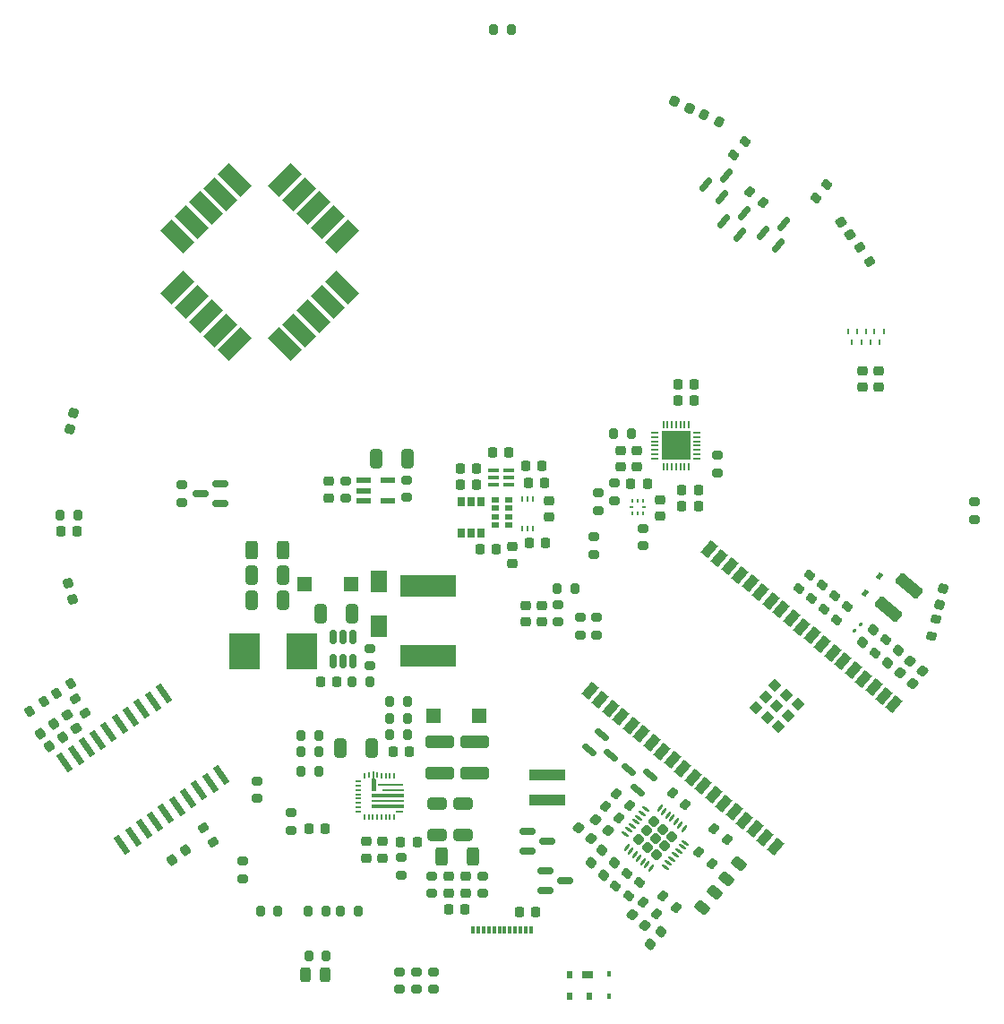
<source format=gtp>
G04 #@! TF.GenerationSoftware,KiCad,Pcbnew,6.0.6-1.fc36*
G04 #@! TF.CreationDate,2022-07-27T11:10:32+02:00*
G04 #@! TF.ProjectId,LAITS-HW,4c414954-532d-4485-972e-6b696361645f,1.0*
G04 #@! TF.SameCoordinates,Original*
G04 #@! TF.FileFunction,Paste,Top*
G04 #@! TF.FilePolarity,Positive*
%FSLAX46Y46*%
G04 Gerber Fmt 4.6, Leading zero omitted, Abs format (unit mm)*
G04 Created by KiCad (PCBNEW 6.0.6-1.fc36) date 2022-07-27 11:10:32*
%MOMM*%
%LPD*%
G01*
G04 APERTURE LIST*
G04 Aperture macros list*
%AMRoundRect*
0 Rectangle with rounded corners*
0 $1 Rounding radius*
0 $2 $3 $4 $5 $6 $7 $8 $9 X,Y pos of 4 corners*
0 Add a 4 corners polygon primitive as box body*
4,1,4,$2,$3,$4,$5,$6,$7,$8,$9,$2,$3,0*
0 Add four circle primitives for the rounded corners*
1,1,$1+$1,$2,$3*
1,1,$1+$1,$4,$5*
1,1,$1+$1,$6,$7*
1,1,$1+$1,$8,$9*
0 Add four rect primitives between the rounded corners*
20,1,$1+$1,$2,$3,$4,$5,0*
20,1,$1+$1,$4,$5,$6,$7,0*
20,1,$1+$1,$6,$7,$8,$9,0*
20,1,$1+$1,$8,$9,$2,$3,0*%
%AMRotRect*
0 Rectangle, with rotation*
0 The origin of the aperture is its center*
0 $1 length*
0 $2 width*
0 $3 Rotation angle, in degrees counterclockwise*
0 Add horizontal line*
21,1,$1,$2,0,0,$3*%
%AMFreePoly0*
4,1,25,1.026854,0.150354,1.027000,0.150000,1.027000,-0.250000,1.026854,-0.250354,1.026500,-0.250500,-0.153500,-0.250500,-0.153512,-0.250495,-0.153526,-0.250500,-0.153685,-0.250424,-0.153854,-0.250354,-0.153860,-0.250340,-0.153872,-0.250334,-0.198723,-0.200500,-0.813500,-0.200500,-0.813854,-0.200354,-0.814000,-0.200000,-0.814000,0.000000,-0.813854,0.000354,-0.813500,0.000500,-0.200192,0.000500,
-0.033835,0.150371,-0.033669,0.150430,-0.033500,0.150500,1.026500,0.150500,1.026854,0.150354,1.026854,0.150354,$1*%
G04 Aperture macros list end*
%ADD10RoundRect,0.200000X-0.275000X0.200000X-0.275000X-0.200000X0.275000X-0.200000X0.275000X0.200000X0*%
%ADD11RoundRect,0.250000X0.633743X-0.956031X1.051555X-0.458102X-0.633743X0.956031X-1.051555X0.458102X0*%
%ADD12RoundRect,0.200000X0.329975X0.082105X0.023558X0.339220X-0.329975X-0.082105X-0.023558X-0.339220X0*%
%ADD13RoundRect,0.243750X-0.192828X0.479995X-0.506187X0.106549X0.192828X-0.479995X0.506187X-0.106549X0*%
%ADD14RoundRect,0.200000X-0.329975X-0.082105X-0.023558X-0.339220X0.329975X0.082105X0.023558X0.339220X0*%
%ADD15RoundRect,0.250000X0.650000X-0.325000X0.650000X0.325000X-0.650000X0.325000X-0.650000X-0.325000X0*%
%ADD16RoundRect,0.225000X0.333843X-0.040915X0.075733X0.327703X-0.333843X0.040915X-0.075733X-0.327703X0*%
%ADD17RoundRect,0.200000X-0.082105X0.329975X-0.339220X0.023558X0.082105X-0.329975X0.339220X-0.023558X0*%
%ADD18RoundRect,0.225000X0.225000X0.250000X-0.225000X0.250000X-0.225000X-0.250000X0.225000X-0.250000X0*%
%ADD19R,1.440000X1.480000*%
%ADD20RoundRect,0.225000X-0.333057X-0.046884X0.011663X-0.336138X0.333057X0.046884X-0.011663X0.336138X0*%
%ADD21R,0.723000X0.200000*%
%ADD22R,3.025000X0.300000*%
%ADD23R,3.025000X0.200000*%
%ADD24R,2.025000X0.250000*%
%ADD25R,2.425000X0.200000*%
%ADD26R,0.200000X0.625000*%
%ADD27R,0.200000X0.600000*%
%ADD28FreePoly0,270.000000*%
%ADD29R,0.625000X0.200000*%
%ADD30RoundRect,0.243750X0.243750X0.456250X-0.243750X0.456250X-0.243750X-0.456250X0.243750X-0.456250X0*%
%ADD31RoundRect,0.150000X-0.587500X-0.150000X0.587500X-0.150000X0.587500X0.150000X-0.587500X0.150000X0*%
%ADD32RoundRect,0.225000X0.333057X0.046884X-0.011663X0.336138X-0.333057X-0.046884X0.011663X-0.336138X0*%
%ADD33RoundRect,0.200000X0.275000X-0.200000X0.275000X0.200000X-0.275000X0.200000X-0.275000X-0.200000X0*%
%ADD34RoundRect,0.225000X-0.225000X-0.250000X0.225000X-0.250000X0.225000X0.250000X-0.225000X0.250000X0*%
%ADD35RoundRect,0.225000X-0.250000X0.225000X-0.250000X-0.225000X0.250000X-0.225000X0.250000X0.225000X0*%
%ADD36RoundRect,0.200000X-0.200000X-0.275000X0.200000X-0.275000X0.200000X0.275000X-0.200000X0.275000X0*%
%ADD37RoundRect,0.225000X0.040915X0.333843X-0.327703X0.075733X-0.040915X-0.333843X0.327703X-0.075733X0*%
%ADD38R,0.300000X0.700000*%
%ADD39RoundRect,0.225000X-0.046884X0.333057X-0.336138X-0.011663X0.046884X-0.333057X0.336138X0.011663X0*%
%ADD40RoundRect,0.225000X0.250000X-0.225000X0.250000X0.225000X-0.250000X0.225000X-0.250000X-0.225000X0*%
%ADD41RoundRect,0.225000X0.046884X-0.333057X0.336138X0.011663X-0.046884X0.333057X-0.336138X-0.011663X0*%
%ADD42RoundRect,0.225000X-0.040915X-0.333843X0.327703X-0.075733X0.040915X0.333843X-0.327703X0.075733X0*%
%ADD43RoundRect,0.200000X-0.340037X0.000162X-0.104923X-0.323444X0.340037X-0.000162X0.104923X0.323444X0*%
%ADD44R,0.700000X0.900000*%
%ADD45RoundRect,0.040600X-0.669400X-0.249400X0.669400X-0.249400X0.669400X0.249400X-0.669400X0.249400X0*%
%ADD46RoundRect,0.250000X-0.312500X-0.625000X0.312500X-0.625000X0.312500X0.625000X-0.312500X0.625000X0*%
%ADD47RoundRect,0.200000X0.006097X0.339982X-0.321564X0.110552X-0.006097X-0.339982X0.321564X-0.110552X0*%
%ADD48RoundRect,0.250000X0.325000X0.650000X-0.325000X0.650000X-0.325000X-0.650000X0.325000X-0.650000X0*%
%ADD49R,1.000000X0.400000*%
%ADD50RoundRect,0.150000X-0.262731X-0.546469X0.492544X0.353633X0.262731X0.546469X-0.492544X-0.353633X0*%
%ADD51R,0.250000X0.550000*%
%ADD52RotRect,0.360000X0.250000X230.000000*%
%ADD53RoundRect,0.041300X0.734764X-0.607039X-0.319126X0.898071X-0.734764X0.607039X0.319126X-0.898071X0*%
%ADD54R,0.450000X0.600000*%
%ADD55RoundRect,0.150000X-0.150000X0.512500X-0.150000X-0.512500X0.150000X-0.512500X0.150000X0.512500X0*%
%ADD56R,0.200000X0.800000*%
%ADD57R,0.800000X0.200000*%
%ADD58R,2.750000X2.750000*%
%ADD59R,2.950000X3.500000*%
%ADD60RoundRect,0.250000X-0.325000X-0.650000X0.325000X-0.650000X0.325000X0.650000X-0.325000X0.650000X0*%
%ADD61RoundRect,0.200000X-0.218447X0.260588X-0.315216X-0.127531X0.218447X-0.260588X0.315216X0.127531X0*%
%ADD62RotRect,3.000000X1.500000X135.000000*%
%ADD63RotRect,1.500000X3.000000X135.000000*%
%ADD64RoundRect,0.200000X0.200000X0.275000X-0.200000X0.275000X-0.200000X-0.275000X0.200000X-0.275000X0*%
%ADD65RoundRect,0.200000X-0.339982X0.006097X-0.110552X-0.321564X0.339982X-0.006097X0.110552X0.321564X0*%
%ADD66RoundRect,0.225000X-0.188142X0.278797X-0.297006X-0.157836X0.188142X-0.278797X0.297006X0.157836X0*%
%ADD67RoundRect,0.200000X-0.006097X-0.339982X0.321564X-0.110552X0.006097X0.339982X-0.321564X0.110552X0*%
%ADD68R,0.220000X0.400000*%
%ADD69R,0.400000X0.220000*%
%ADD70RotRect,1.500000X0.900000X230.000000*%
%ADD71RotRect,0.900000X0.900000X230.000000*%
%ADD72R,1.500000X2.120000*%
%ADD73R,5.300000X2.000000*%
%ADD74RoundRect,0.243750X0.192828X-0.479995X0.506187X-0.106549X-0.192828X0.479995X-0.506187X0.106549X0*%
%ADD75R,3.400000X0.980000*%
%ADD76RoundRect,0.225000X0.188142X-0.278797X0.297006X0.157836X-0.188142X0.278797X-0.297006X-0.157836X0*%
%ADD77RoundRect,0.200000X0.339982X-0.006097X0.110552X0.321564X-0.339982X0.006097X-0.110552X-0.321564X0*%
%ADD78RoundRect,0.150000X0.546469X-0.262731X-0.353633X0.492544X-0.546469X0.262731X0.353633X-0.492544X0*%
%ADD79RoundRect,0.200000X0.300311X0.159494X-0.059207X0.334843X-0.300311X-0.159494X0.059207X-0.334843X0*%
%ADD80R,0.690000X0.590000*%
%ADD81RoundRect,0.200000X0.082105X-0.329975X0.339220X-0.023558X-0.082105X0.329975X-0.339220X0.023558X0*%
%ADD82RoundRect,0.250000X-1.100000X0.325000X-1.100000X-0.325000X1.100000X-0.325000X1.100000X0.325000X0*%
%ADD83RotRect,0.600000X0.450000X50.000000*%
%ADD84RoundRect,0.225000X0.297006X-0.157836X0.188142X0.278797X-0.297006X0.157836X-0.188142X-0.278797X0*%
%ADD85RoundRect,0.250000X0.312500X0.625000X-0.312500X0.625000X-0.312500X-0.625000X0.312500X-0.625000X0*%
%ADD86R,1.000000X0.700000*%
%ADD87R,0.600000X0.700000*%
%ADD88RoundRect,0.225000X-0.334506X0.035083X-0.070003X-0.328975X0.334506X-0.035083X0.070003X0.328975X0*%
%ADD89RoundRect,0.225000X-0.311821X-0.126065X0.092636X-0.323332X0.311821X0.126065X-0.092636X0.323332X0*%
%ADD90RoundRect,0.150000X0.587500X0.150000X-0.587500X0.150000X-0.587500X-0.150000X0.587500X-0.150000X0*%
%ADD91RoundRect,0.225000X-0.316987X-0.027733X0.027733X-0.316987X0.316987X0.027733X-0.027733X0.316987X0*%
%ADD92RoundRect,0.062500X-0.298714X0.169063X0.218366X-0.264819X0.298714X-0.169063X-0.218366X0.264819X0*%
%ADD93RoundRect,0.062500X-0.264819X-0.218366X-0.169063X-0.298714X0.264819X0.218366X0.169063X0.298714X0*%
%ADD94RoundRect,0.150000X-0.546469X0.262731X0.353633X-0.492544X0.546469X-0.262731X-0.353633X0.492544X0*%
G04 APERTURE END LIST*
D10*
X74300000Y-157975000D03*
X74300000Y-159625000D03*
D11*
X120561888Y-123729916D03*
X122458112Y-121470084D03*
D12*
X98581987Y-152480299D03*
X97318013Y-151419699D03*
D10*
X92900000Y-124500000D03*
X92900000Y-126150000D03*
D13*
X104125658Y-150440399D03*
X102920432Y-151876733D03*
D14*
X100088013Y-141099700D03*
X101351987Y-142160300D03*
D15*
X77900000Y-145025000D03*
X77900000Y-142075000D03*
D16*
X43744522Y-134934843D03*
X42855478Y-133665157D03*
D17*
X120305300Y-126593013D03*
X119244700Y-127856987D03*
D18*
X67265000Y-144470000D03*
X65715000Y-144470000D03*
D19*
X65360000Y-121350000D03*
X69690000Y-121350000D03*
D20*
X122581316Y-128576840D03*
X123768684Y-129573160D03*
D21*
X74338000Y-142811000D03*
D22*
X73188000Y-142311000D03*
D23*
X73188000Y-141811000D03*
D22*
X73187000Y-141311000D03*
D24*
X73687000Y-140786000D03*
D25*
X73487000Y-140311000D03*
D26*
X73800000Y-139413000D03*
X73400000Y-139413000D03*
X73000000Y-139413000D03*
X72600000Y-139413000D03*
D27*
X72200000Y-139400000D03*
D28*
X71900000Y-139910000D03*
D27*
X71400000Y-139400000D03*
D26*
X71000000Y-139413000D03*
D29*
X70412000Y-140001000D03*
X70412000Y-140401000D03*
X70412000Y-140801000D03*
X70412000Y-141201000D03*
X70412000Y-141601000D03*
X70412000Y-142001000D03*
X70412000Y-142401000D03*
X70412000Y-142801000D03*
D26*
X71000000Y-143387000D03*
X71400000Y-143387000D03*
X71800000Y-143387000D03*
X72200000Y-143387000D03*
X72600000Y-143387000D03*
X73000000Y-143387000D03*
X73400000Y-143387000D03*
X73800000Y-143387000D03*
D10*
X92650000Y-116875000D03*
X92650000Y-118525000D03*
D30*
X67302500Y-158228750D03*
X65427500Y-158228750D03*
D31*
X88112500Y-148400000D03*
X88112500Y-150300000D03*
X89987500Y-149350000D03*
D10*
X74475000Y-147175000D03*
X74475000Y-148825000D03*
D32*
X94043684Y-144598160D03*
X92856316Y-143601840D03*
D14*
X93818013Y-142369700D03*
X95081987Y-143430300D03*
D33*
X71525000Y-129050000D03*
X71525000Y-127400000D03*
D34*
X66825000Y-130525000D03*
X68375000Y-130525000D03*
D35*
X96730000Y-108715000D03*
X96730000Y-110265000D03*
D36*
X94545000Y-107100000D03*
X96195000Y-107100000D03*
D37*
X54034843Y-146480478D03*
X52765157Y-147369522D03*
D35*
X80550000Y-148975000D03*
X80550000Y-150525000D03*
D36*
X61175000Y-152200000D03*
X62825000Y-152200000D03*
D38*
X81250000Y-153980000D03*
X81750000Y-153980000D03*
X82250000Y-153980000D03*
X82750000Y-153980000D03*
X83250000Y-153980000D03*
X83750000Y-153980000D03*
X84250000Y-153980000D03*
X84750000Y-153980000D03*
X85250000Y-153980000D03*
X85750000Y-153980000D03*
X86250000Y-153980000D03*
X86750000Y-153980000D03*
D17*
X95780300Y-148643013D03*
X94719700Y-149906987D03*
D39*
X94623160Y-147656316D03*
X93626840Y-148843684D03*
X99048160Y-154156316D03*
X98051840Y-155343684D03*
D17*
X116660526Y-123440195D03*
X115599926Y-124704169D03*
D18*
X75975000Y-145700000D03*
X74425000Y-145700000D03*
D14*
X94818013Y-141169699D03*
X96081987Y-142230299D03*
D40*
X98900000Y-114925000D03*
X98900000Y-113375000D03*
D10*
X93100000Y-112725000D03*
X93100000Y-114375000D03*
D41*
X120451840Y-128793684D03*
X121448160Y-127606316D03*
D42*
X41215157Y-136694522D03*
X42484843Y-135805478D03*
D33*
X64050000Y-144600000D03*
X64050000Y-142950000D03*
D43*
X117815077Y-89532561D03*
X118784923Y-90867439D03*
D44*
X82050000Y-113575000D03*
X81100000Y-113575000D03*
X80150000Y-113575000D03*
X80150000Y-116475000D03*
X81100000Y-116475000D03*
X82050000Y-116475000D03*
D45*
X70955000Y-111550000D03*
X70955000Y-112500000D03*
X70955000Y-113450000D03*
X73245000Y-113450000D03*
X73245000Y-111550000D03*
D46*
X60362500Y-118125000D03*
X63287500Y-118125000D03*
D47*
X40675800Y-132451799D03*
X39324200Y-133398201D03*
D33*
X91375000Y-126150000D03*
X91375000Y-124500000D03*
D18*
X81575000Y-110425000D03*
X80025000Y-110425000D03*
D36*
X65015000Y-137160000D03*
X66665000Y-137160000D03*
D10*
X82180000Y-148925000D03*
X82180000Y-150575000D03*
D18*
X81575000Y-111950000D03*
X80025000Y-111950000D03*
D17*
X113098420Y-120451233D03*
X112037820Y-121715207D03*
D32*
X92393684Y-145348160D03*
X91206316Y-144351840D03*
D14*
X99218013Y-150819700D03*
X100481987Y-151880300D03*
D35*
X72700000Y-145675000D03*
X72700000Y-147225000D03*
X84975000Y-117800000D03*
X84975000Y-119350000D03*
D42*
X40315157Y-135444522D03*
X41584843Y-134555478D03*
D34*
X100600000Y-102425000D03*
X102150000Y-102425000D03*
D48*
X75025000Y-109500000D03*
X72075000Y-109500000D03*
D49*
X84662500Y-111900000D03*
X84662500Y-111250000D03*
X84662500Y-110600000D03*
X83162500Y-110600000D03*
X83162500Y-111250000D03*
X83162500Y-111900000D03*
D35*
X95190000Y-108715000D03*
X95190000Y-110265000D03*
D36*
X69825000Y-130525000D03*
X71475000Y-130525000D03*
D50*
X108655922Y-88112599D03*
X110111407Y-89333896D03*
X110588891Y-87286914D03*
D10*
X59500000Y-147525000D03*
X59500000Y-149175000D03*
D19*
X77547500Y-133800000D03*
X81877500Y-133800000D03*
D17*
X114285789Y-121447554D03*
X113225189Y-122711528D03*
D51*
X86900000Y-113325000D03*
X86400000Y-113325000D03*
X85900000Y-113325000D03*
X85900000Y-116075000D03*
X86400000Y-116075000D03*
X86900000Y-116075000D03*
D52*
X117355029Y-125771739D03*
X117894971Y-125128261D03*
D34*
X100600000Y-103950000D03*
X102150000Y-103950000D03*
D53*
X48075827Y-145943709D03*
X49116150Y-145215267D03*
X50156473Y-144486825D03*
X51196796Y-143758383D03*
X52237119Y-143029941D03*
X53277442Y-142301499D03*
X54317765Y-141573057D03*
X55358089Y-140844614D03*
X56398412Y-140116172D03*
X57438735Y-139387730D03*
X52024173Y-131654935D03*
X50983850Y-132383377D03*
X49943527Y-133111819D03*
X48903204Y-133840261D03*
X47862881Y-134568703D03*
X46822558Y-135297145D03*
X45782235Y-136025587D03*
X44741911Y-136754030D03*
X43701588Y-137482472D03*
X42661265Y-138210914D03*
D54*
X94100000Y-158200000D03*
X94100000Y-160300000D03*
D34*
X85625000Y-152300000D03*
X87175000Y-152300000D03*
D55*
X69900000Y-126312500D03*
X68950000Y-126312500D03*
X68000000Y-126312500D03*
X68000000Y-128587500D03*
X68950000Y-128587500D03*
X69900000Y-128587500D03*
D18*
X80525000Y-152050000D03*
X78975000Y-152050000D03*
D56*
X101650000Y-106250000D03*
X101250000Y-106250000D03*
X100850000Y-106250000D03*
X100450000Y-106250000D03*
X100050000Y-106250000D03*
X99650000Y-106250000D03*
X99250000Y-106250000D03*
D57*
X98450000Y-107050000D03*
X98450000Y-107450000D03*
X98450000Y-107850000D03*
X98450000Y-108250000D03*
X98450000Y-108650000D03*
X98450000Y-109050000D03*
X98450000Y-109450000D03*
D56*
X99250000Y-110250000D03*
X99650000Y-110250000D03*
X100050000Y-110250000D03*
X100450000Y-110250000D03*
X100850000Y-110250000D03*
X101250000Y-110250000D03*
X101650000Y-110250000D03*
D57*
X102450000Y-109450000D03*
X102450000Y-109050000D03*
X102450000Y-108650000D03*
X102450000Y-108250000D03*
X102450000Y-107850000D03*
X102450000Y-107450000D03*
X102450000Y-107050000D03*
D58*
X100450000Y-108250000D03*
D20*
X121606316Y-129751840D03*
X122793684Y-130748160D03*
D50*
X104994093Y-87076753D03*
X106449578Y-88298050D03*
X106927062Y-86251068D03*
D33*
X77500000Y-159625000D03*
X77500000Y-157975000D03*
D12*
X108649991Y-85303659D03*
X107386017Y-84243059D03*
D17*
X115473156Y-122443875D03*
X114412556Y-123707849D03*
D59*
X65100000Y-127675000D03*
X59650000Y-127675000D03*
D60*
X60375000Y-122900000D03*
X63325000Y-122900000D03*
D61*
X125009586Y-124649506D03*
X124610414Y-126250494D03*
D10*
X60800000Y-139925000D03*
X60800000Y-141575000D03*
X69200000Y-111575000D03*
X69200000Y-113225000D03*
D17*
X114693616Y-83607386D03*
X113633016Y-84871360D03*
D62*
X63504163Y-98678175D03*
X64847666Y-97334672D03*
X66191169Y-95991169D03*
X67534672Y-94647666D03*
X68878175Y-93304163D03*
D63*
X68878175Y-88495837D03*
X67534672Y-87152334D03*
X66191169Y-85808831D03*
X64847666Y-84465328D03*
X63504163Y-83121825D03*
D62*
X58695837Y-83121825D03*
X57352334Y-84465328D03*
X56008831Y-85808831D03*
X54665328Y-87152334D03*
X53321825Y-88495837D03*
D63*
X53321825Y-93304163D03*
X54665328Y-94647666D03*
X56008831Y-95991169D03*
X57352334Y-97334672D03*
X58695837Y-98678175D03*
D31*
X86412500Y-144700000D03*
X86412500Y-146600000D03*
X88287500Y-145650000D03*
D48*
X71650000Y-136800000D03*
X68700000Y-136800000D03*
D64*
X75025000Y-135600000D03*
X73375000Y-135600000D03*
D65*
X43676799Y-132174200D03*
X44623201Y-133525800D03*
D66*
X125737489Y-121748021D03*
X125362511Y-123251979D03*
D67*
X41849200Y-131648201D03*
X43200800Y-130701799D03*
D68*
X97350000Y-113450000D03*
X96850000Y-113450000D03*
X96350000Y-113450000D03*
D69*
X96250000Y-114050000D03*
D68*
X96350000Y-114650000D03*
X96850000Y-114650000D03*
X97350000Y-114650000D03*
D69*
X97450000Y-114050000D03*
D18*
X84625000Y-108900000D03*
X83075000Y-108900000D03*
D70*
X121082147Y-132715811D03*
X120109270Y-131899470D03*
X119136394Y-131083130D03*
X118163517Y-130266790D03*
X117190641Y-129450449D03*
X116217764Y-128634109D03*
X115244888Y-127817769D03*
X114272011Y-127001429D03*
X113299135Y-126185088D03*
X112326259Y-125368748D03*
X111353382Y-124552408D03*
X110380506Y-123736068D03*
X109407629Y-122919727D03*
X108434753Y-122103387D03*
X107461876Y-121287047D03*
X106489000Y-120470707D03*
X105516123Y-119654366D03*
X104543247Y-118838026D03*
X103570371Y-118021686D03*
X92321587Y-131427463D03*
X93294464Y-132243804D03*
X94267340Y-133060144D03*
X95240217Y-133876484D03*
X96213093Y-134692825D03*
X97185970Y-135509165D03*
X98158846Y-136325505D03*
X99131723Y-137141845D03*
X100104599Y-137958186D03*
X101077475Y-138774526D03*
X102050352Y-139590866D03*
X103023228Y-140407206D03*
X103996105Y-141223547D03*
X104968981Y-142039887D03*
X105941858Y-142856227D03*
X106914734Y-143672567D03*
X107887611Y-144488908D03*
X108860487Y-145305248D03*
X109833363Y-146121588D03*
D71*
X108007138Y-133036348D03*
X111051965Y-133763692D03*
X109079600Y-133936251D03*
X111951868Y-132691229D03*
X109979503Y-132863789D03*
X110152062Y-134836154D03*
X110879405Y-131791327D03*
X108907040Y-131963886D03*
X109806943Y-130891424D03*
D72*
X72325000Y-121110000D03*
X72325000Y-125340000D03*
D17*
X106976165Y-79513373D03*
X105915565Y-80777347D03*
D73*
X76975000Y-121475000D03*
X76975000Y-128075000D03*
D74*
X105197387Y-149218167D03*
X106402613Y-147781833D03*
D64*
X43900000Y-114825000D03*
X42250000Y-114825000D03*
X67390000Y-156478750D03*
X65740000Y-156478750D03*
D33*
X97330000Y-117725000D03*
X97330000Y-116075000D03*
D36*
X65015000Y-135640000D03*
X66665000Y-135640000D03*
D35*
X88475000Y-113475000D03*
X88475000Y-115025000D03*
D75*
X88250000Y-141735000D03*
X88250000Y-139365000D03*
D14*
X102618013Y-146669700D03*
X103881987Y-147730300D03*
D15*
X80300000Y-145025000D03*
X80300000Y-142075000D03*
D76*
X43122511Y-106661979D03*
X43497489Y-105158021D03*
D77*
X56698201Y-145750800D03*
X55751799Y-144399200D03*
D36*
X83217919Y-68900000D03*
X84867919Y-68900000D03*
D40*
X118087500Y-102725000D03*
X118087500Y-101175000D03*
D78*
X96807518Y-140830356D03*
X98028815Y-139374871D03*
X95981833Y-138897387D03*
D64*
X75025000Y-132400000D03*
X73375000Y-132400000D03*
D34*
X101005000Y-112440000D03*
X102555000Y-112440000D03*
D40*
X87760000Y-124880000D03*
X87760000Y-123330000D03*
D10*
X75000000Y-111475000D03*
X75000000Y-113125000D03*
D79*
X104541505Y-77661656D03*
X103058495Y-76938344D03*
D27*
X120100000Y-97500000D03*
X119200000Y-97500000D03*
X118400000Y-97500000D03*
X117600000Y-97500000D03*
X116700000Y-97500000D03*
X117100000Y-98450000D03*
X118000000Y-98450000D03*
X118800000Y-98450000D03*
X119700000Y-98450000D03*
D36*
X65675000Y-152200000D03*
X67325000Y-152200000D03*
D18*
X88025000Y-111725000D03*
X86475000Y-111725000D03*
D35*
X67600000Y-111625000D03*
X67600000Y-113175000D03*
D34*
X86575000Y-117450000D03*
X88125000Y-117450000D03*
D80*
X83360000Y-113375000D03*
X83360000Y-114175000D03*
X83360000Y-114975000D03*
X83360000Y-115775000D03*
X84640000Y-115775000D03*
X84640000Y-114975000D03*
X84640000Y-114175000D03*
X84640000Y-113375000D03*
D18*
X87750000Y-110175000D03*
X86200000Y-110175000D03*
D50*
X103291065Y-83545507D03*
X104746550Y-84766804D03*
X105224034Y-82719822D03*
D32*
X97543684Y-153598159D03*
X96356316Y-152601839D03*
D33*
X53725000Y-113600000D03*
X53725000Y-111950000D03*
D39*
X93423160Y-146456315D03*
X92426840Y-147643683D03*
D64*
X75025000Y-134000000D03*
X73375000Y-134000000D03*
D81*
X95969700Y-150781987D03*
X97030300Y-149518013D03*
D82*
X81450000Y-136275000D03*
X81450000Y-139225000D03*
D40*
X86210000Y-124880000D03*
X86210000Y-123330000D03*
D33*
X104400000Y-110800000D03*
X104400000Y-109150000D03*
D83*
X118325073Y-122204347D03*
X119674927Y-120595653D03*
D34*
X73675000Y-137125000D03*
X75225000Y-137125000D03*
D10*
X77380000Y-148925000D03*
X77380000Y-150575000D03*
D12*
X105291987Y-145490300D03*
X104028013Y-144429700D03*
D84*
X43387489Y-122791979D03*
X43012511Y-121288021D03*
D35*
X71150000Y-145675000D03*
X71150000Y-147225000D03*
D34*
X81900000Y-118025000D03*
X83450000Y-118025000D03*
D33*
X128700000Y-115225000D03*
X128700000Y-113575000D03*
D10*
X94650000Y-111775000D03*
X94650000Y-113425000D03*
D33*
X89290000Y-124925000D03*
X89290000Y-123275000D03*
D85*
X81212500Y-147050000D03*
X78287500Y-147050000D03*
D34*
X101005000Y-113970000D03*
X102555000Y-113970000D03*
X96175000Y-111850000D03*
X97725000Y-111850000D03*
D36*
X65025000Y-139000000D03*
X66675000Y-139000000D03*
D64*
X90875000Y-121730000D03*
X89225000Y-121730000D03*
D86*
X92050000Y-158250000D03*
D87*
X90350000Y-158250000D03*
X90350000Y-160250000D03*
X92250000Y-160250000D03*
D18*
X43850000Y-116350000D03*
X42300000Y-116350000D03*
D60*
X60375000Y-120500000D03*
X63325000Y-120500000D03*
D40*
X119612500Y-102725000D03*
X119612500Y-101175000D03*
D35*
X78980000Y-148975000D03*
X78980000Y-150525000D03*
D88*
X116020059Y-87086312D03*
X116931127Y-88340288D03*
D41*
X118101840Y-126843684D03*
X119098160Y-125656316D03*
D89*
X100303435Y-75660262D03*
X101696565Y-76339738D03*
D90*
X57412500Y-113725000D03*
X57412500Y-111825000D03*
X55537500Y-112775000D03*
D91*
X98361952Y-143772108D03*
X97780078Y-146207970D03*
X98638048Y-146927892D03*
X99219922Y-144492030D03*
X98500000Y-145350000D03*
X96922108Y-145488048D03*
X100077892Y-145211952D03*
X99357970Y-146069922D03*
X97642030Y-144630078D03*
D92*
X97587373Y-142626104D03*
X97265979Y-143009126D03*
X96944585Y-143392148D03*
X96623191Y-143775170D03*
X96301797Y-144158193D03*
X95980404Y-144541215D03*
X95659010Y-144924237D03*
D93*
X95776104Y-146262627D03*
X96159126Y-146584021D03*
X96542148Y-146905415D03*
X96925170Y-147226809D03*
X97308193Y-147548203D03*
X97691215Y-147869596D03*
X98074237Y-148190990D03*
D92*
X99412627Y-148073896D03*
X99734021Y-147690874D03*
X100055415Y-147307852D03*
X100376809Y-146924830D03*
X100698203Y-146541807D03*
X101019596Y-146158785D03*
X101340990Y-145775763D03*
D93*
X101223896Y-144437373D03*
X100840874Y-144115979D03*
X100457852Y-143794585D03*
X100074830Y-143473191D03*
X99691807Y-143151797D03*
X99308785Y-142830404D03*
X98925763Y-142509010D03*
D48*
X69825000Y-124125000D03*
X66875000Y-124125000D03*
D82*
X78150000Y-136275000D03*
X78150000Y-139225000D03*
D36*
X68725000Y-152200000D03*
X70375000Y-152200000D03*
D94*
X93454353Y-135574435D03*
X92233056Y-137029920D03*
X94280038Y-137507404D03*
D10*
X75900000Y-157975000D03*
X75900000Y-159625000D03*
M02*

</source>
